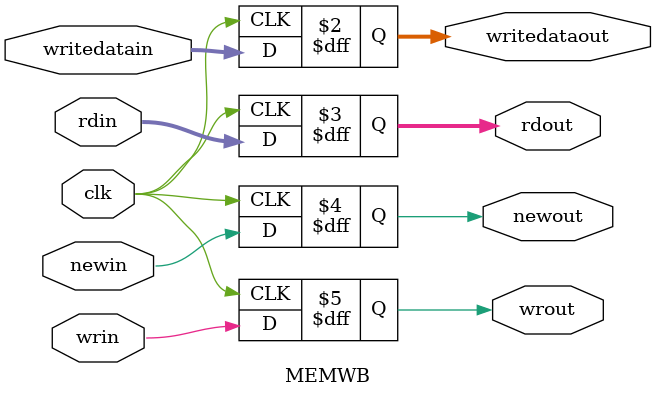
<source format=v>
`timescale 1ns / 1ps
module MEMWB(clk,writedatain,writedataout,rdin,rdout,newin,newout,wrin,wrout);
input wire clk;
input wire [31:0] writedatain;
output reg [31:0] writedataout;
input wire [4:0]rdin;
output reg [4:0]rdout;
input wire newin;
output reg newout;
input wire wrin;
output reg wrout;


always@(posedge clk) begin
writedataout<=writedatain;
rdout<=rdin;
newout<=newin;
wrout<=wrin;
end
    


endmodule

</source>
